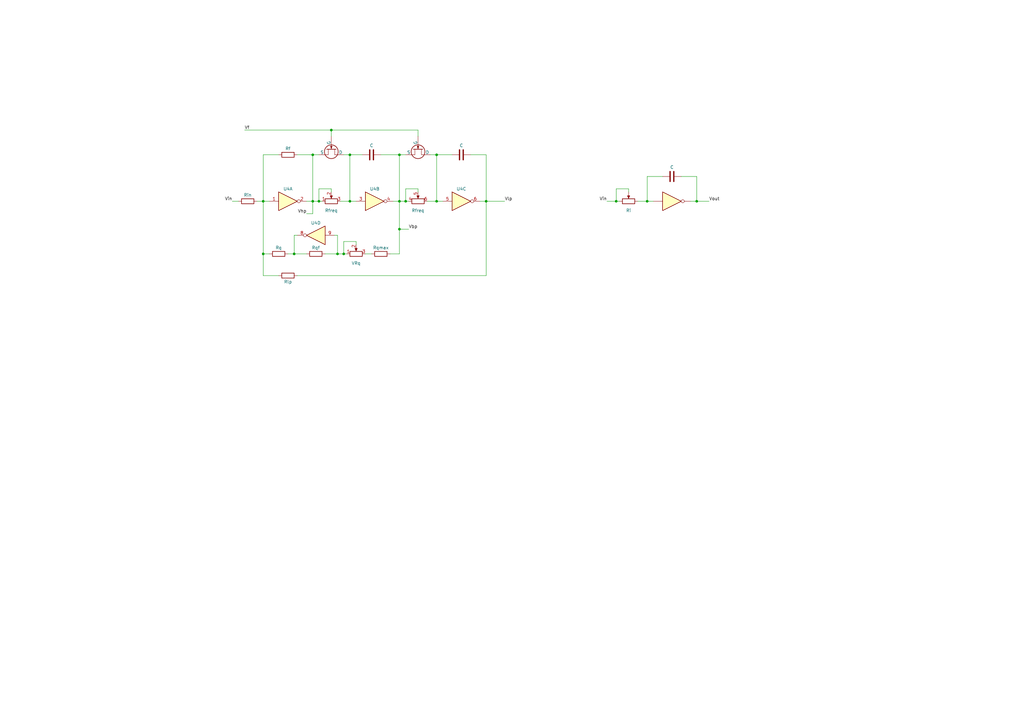
<source format=kicad_sch>
(kicad_sch (version 20230121) (generator eeschema)
  (paper "A3")
  (title_block (comment 2 "creativecommons.org/licenses/by/4.0/") (comment 3 "License: CC BY 4.0") (comment 4 "Author: Guy John"))
  (lib_symbols
    (symbol "4069_1" (pin_numbers hide) (pin_names (offset 1.016))
      (property "Reference" "U" (at 0 1.27 0))
      (property "Value" "4069" (at 0 -1.27 0))
      (symbol "4069_1_1_0"
        (polyline (pts (xy -3.81 3.81) (xy -3.81 -3.81) (xy 3.81 0) (xy -3.81 3.81)) (stroke (width 0.254)) (fill (type background)))
        (pin input line (at -7.62 0 0) (length 3.81) (name "~") (number "1"))
        (pin output inverted (at 7.62 0 180) (length 3.81) (name "~") (number "2"))
      )
      (symbol "4069_1_2_0"
        (polyline (pts (xy -3.81 3.81) (xy -3.81 -3.81) (xy 3.81 0) (xy -3.81 3.81)) (stroke (width 0.254)) (fill (type background)))
        (pin input line (at -7.62 0 0) (length 3.81) (name "~") (number "3"))
        (pin output inverted (at 7.62 0 180) (length 3.81) (name "~") (number "4"))
      )
      (symbol "4069_1_3_0"
        (polyline (pts (xy -3.81 3.81) (xy -3.81 -3.81) (xy 3.81 0) (xy -3.81 3.81)) (stroke (width 0.254)) (fill (type background)))
        (pin input line (at -7.62 0 0) (length 3.81) (name "~") (number "5"))
        (pin output inverted (at 7.62 0 180) (length 3.81) (name "~") (number "6"))
      )
      (symbol "4069_1_4_0"
        (polyline (pts (xy -3.81 3.81) (xy -3.81 -3.81) (xy 3.81 0) (xy -3.81 3.81)) (stroke (width 0.254)) (fill (type background)))
        (pin output inverted (at 7.62 0 180) (length 3.81) (name "~") (number "8"))
        (pin input line (at -7.62 0 0) (length 3.81) (name "~") (number "9"))
      )
      (symbol "4069_1_5_0"
        (polyline (pts (xy -3.81 3.81) (xy -3.81 -3.81) (xy 3.81 0) (xy -3.81 3.81)) (stroke (width 0.254)) (fill (type background)))
        (pin output inverted (at 7.62 0 180) (length 3.81) (name "~") (number "10"))
        (pin input line (at -7.62 0 0) (length 3.81) (name "~") (number "11"))
      )
      (symbol "4069_1_6_0"
        (polyline (pts (xy -3.81 3.81) (xy -3.81 -3.81) (xy 3.81 0) (xy -3.81 3.81)) (stroke (width 0.254)) (fill (type background)))
        (pin output inverted (at 7.62 0 180) (length 3.81) (name "~") (number "12"))
        (pin input line (at -7.62 0 0) (length 3.81) (name "~") (number "13"))
      )
      (symbol "4069_1_7_0"
        (pin power_in line (at 0 12.7 270) (length 5.08) (name "VDD") (number "14"))
        (pin power_in line (at 0 -12.7 90) (length 5.08) (name "VSS") (number "7"))
      )
      (symbol "4069_1_7_1"
        (rectangle (start -5.08 7.62) (end 5.08 -7.62) (stroke (width 0.254)) (fill (type background)))
      )
    )
    (symbol "4xxx:4069" (pin_names (offset 1.016))
      (property "Reference" "U" (at 0 1.27 0))
      (property "Value" "4069" (at 0 -1.27 0))
      (symbol "4069_1_0"
        (polyline (pts (xy -3.81 3.81) (xy -3.81 -3.81) (xy 3.81 0) (xy -3.81 3.81)) (stroke (width 0.254)) (fill (type background)))
        (pin input line (at -7.62 0 0) (length 3.81) (name "~") (number "1"))
        (pin output inverted (at 7.62 0 180) (length 3.81) (name "~") (number "2"))
      )
      (symbol "4069_2_0"
        (polyline (pts (xy -3.81 3.81) (xy -3.81 -3.81) (xy 3.81 0) (xy -3.81 3.81)) (stroke (width 0.254)) (fill (type background)))
        (pin input line (at -7.62 0 0) (length 3.81) (name "~") (number "3"))
        (pin output inverted (at 7.62 0 180) (length 3.81) (name "~") (number "4"))
      )
      (symbol "4069_3_0"
        (polyline (pts (xy -3.81 3.81) (xy -3.81 -3.81) (xy 3.81 0) (xy -3.81 3.81)) (stroke (width 0.254)) (fill (type background)))
        (pin input line (at -7.62 0 0) (length 3.81) (name "~") (number "5"))
        (pin output inverted (at 7.62 0 180) (length 3.81) (name "~") (number "6"))
      )
      (symbol "4069_4_0"
        (polyline (pts (xy -3.81 3.81) (xy -3.81 -3.81) (xy 3.81 0) (xy -3.81 3.81)) (stroke (width 0.254)) (fill (type background)))
        (pin output inverted (at 7.62 0 180) (length 3.81) (name "~") (number "8"))
        (pin input line (at -7.62 0 0) (length 3.81) (name "~") (number "9"))
      )
      (symbol "4069_5_0"
        (polyline (pts (xy -3.81 3.81) (xy -3.81 -3.81) (xy 3.81 0) (xy -3.81 3.81)) (stroke (width 0.254)) (fill (type background)))
        (pin output inverted (at 7.62 0 180) (length 3.81) (name "~") (number "10"))
        (pin input line (at -7.62 0 0) (length 3.81) (name "~") (number "11"))
      )
      (symbol "4069_6_0"
        (polyline (pts (xy -3.81 3.81) (xy -3.81 -3.81) (xy 3.81 0) (xy -3.81 3.81)) (stroke (width 0.254)) (fill (type background)))
        (pin output inverted (at 7.62 0 180) (length 3.81) (name "~") (number "12"))
        (pin input line (at -7.62 0 0) (length 3.81) (name "~") (number "13"))
      )
      (symbol "4069_7_0"
        (pin power_in line (at 0 12.7 270) (length 5.08) (name "VDD") (number "14"))
        (pin power_in line (at 0 -12.7 90) (length 5.08) (name "VSS") (number "7"))
      )
      (symbol "4069_7_1"
        (rectangle (start -5.08 7.62) (end 5.08 -7.62) (stroke (width 0.254)) (fill (type background)))
      )
    )
    (symbol "Device:C" (pin_numbers hide) (pin_names (offset 0.254))
      (property "Reference" "C" (at 0.635 2.54 0))
      (property "Value" "C" (at 0.635 -2.54 0))
      (symbol "C_0_1"
        (polyline (pts (xy -2.032 -0.762) (xy 2.032 -0.762)) (stroke (width 0.508)))
        (polyline (pts (xy -2.032 0.762) (xy 2.032 0.762)) (stroke (width 0.508)))
      )
      (symbol "C_1_1"
        (pin passive line (at 0 3.81 270) (length 2.794) (name "~") (number "1"))
        (pin passive line (at 0 -3.81 90) (length 2.794) (name "~") (number "2"))
      )
    )
    (symbol "Device:R" (pin_numbers hide) (pin_names (offset 0))
      (property "Reference" "R" (at 2.032 0 90))
      (property "Value" "R" (at 0 0 90))
      (symbol "R_0_1"
        (rectangle (start -1.016 -2.54) (end 1.016 2.54) (stroke (width 0.254)))
      )
      (symbol "R_1_1"
        (pin passive line (at 0 3.81 270) (length 1.27) (name "~") (number "1"))
        (pin passive line (at 0 -3.81 90) (length 1.27) (name "~") (number "2"))
      )
    )
    (symbol "Device:R_Potentiometer" (pin_names (offset 1.016) hide)
      (property "Reference" "RV" (at -4.445 0 90))
      (property "Value" "R_Potentiometer" (at -2.54 0 90))
      (symbol "R_Potentiometer_0_1"
        (polyline (pts (xy 2.54 0) (xy 1.524 0)))
        (polyline (pts (xy 1.143 0) (xy 2.286 0.508) (xy 2.286 -0.508) (xy 1.143 0)) (fill (type outline)))
        (rectangle (start 1.016 2.54) (end -1.016 -2.54) (stroke (width 0.254)))
      )
      (symbol "R_Potentiometer_1_1"
        (pin passive line (at 0 3.81 270) (length 1.27) (name "1") (number "1"))
        (pin passive line (at 3.81 0 180) (length 1.27) (name "2") (number "2"))
        (pin passive line (at 0 -3.81 90) (length 1.27) (name "3") (number "3"))
      )
    )
    (symbol "Device:R_Potentiometer_Dual_Separate" (pin_names (offset 1.016) hide)
      (property "Reference" "RV" (at -4.445 0 90))
      (property "Value" "R_Potentiometer_Dual_Separate" (at -2.54 0 90))
      (symbol "R_Potentiometer_Dual_Separate_0_1"
        (polyline (pts (xy 2.54 0) (xy 1.524 0)))
        (polyline (pts (xy 1.143 0) (xy 2.286 0.508) (xy 2.286 -0.508) (xy 1.143 0)) (fill (type outline)))
        (rectangle (start 1.016 2.54) (end -1.016 -2.54) (stroke (width 0.254)))
      )
      (symbol "R_Potentiometer_Dual_Separate_1_1"
        (pin passive line (at 0 3.81 270) (length 1.27) (name "1") (number "1"))
        (pin passive line (at 3.81 0 180) (length 1.27) (name "2") (number "2"))
        (pin passive line (at 0 -3.81 90) (length 1.27) (name "3") (number "3"))
      )
      (symbol "R_Potentiometer_Dual_Separate_2_1"
        (pin passive line (at 0 3.81 270) (length 1.27) (name "4") (number "4"))
        (pin passive line (at 3.81 0 180) (length 1.27) (name "5") (number "5"))
        (pin passive line (at 0 -3.81 90) (length 1.27) (name "6") (number "6"))
      )
    )
    (symbol "R_Potentiometer_Dual_Separate_1" (pin_numbers hide) (pin_names (offset 1.016) hide)
      (property "Reference" "RV" (at -4.445 0 90))
      (property "Value" "R_Potentiometer_Dual_Separate" (at -2.54 0 90))
      (symbol "R_Potentiometer_Dual_Separate_1_0_1"
        (polyline (pts (xy 2.54 0) (xy 1.524 0)))
        (polyline (pts (xy 1.143 0) (xy 2.286 0.508) (xy 2.286 -0.508) (xy 1.143 0)) (fill (type outline)))
        (rectangle (start 1.016 2.54) (end -1.016 -2.54) (stroke (width 0.254)))
      )
      (symbol "R_Potentiometer_Dual_Separate_1_1_1"
        (pin passive line (at 0 3.81 270) (length 1.27) (name "1") (number "1"))
        (pin passive line (at 3.81 0 180) (length 1.27) (name "2") (number "2"))
        (pin passive line (at 0 -3.81 90) (length 1.27) (name "3") (number "3"))
      )
      (symbol "R_Potentiometer_Dual_Separate_1_2_1"
        (pin passive line (at 0 3.81 270) (length 1.27) (name "4") (number "4"))
        (pin passive line (at 3.81 0 180) (length 1.27) (name "5") (number "5"))
        (pin passive line (at 0 -3.81 90) (length 1.27) (name "6") (number "6"))
      )
    )
    (symbol "Simulation_SPICE:NJFET" (pin_numbers hide) (pin_names (offset 0))
      (property "Reference" "Q" (at 5.08 1.27 0))
      (property "Value" "NJFET" (at 5.08 -1.27 0))
      (symbol "NJFET_0_1"
        (polyline (pts (xy 0.254 1.905) (xy 0.254 -1.905) (xy 0.254 -1.905)) (stroke (width 0.254)))
        (polyline (pts (xy 2.54 -2.54) (xy 2.54 -1.27) (xy 0.254 -1.27)))
        (polyline (pts (xy 2.54 2.54) (xy 2.54 1.397) (xy 0.254 1.397)))
        (polyline (pts (xy 0 0) (xy -1.016 0.381) (xy -1.016 -0.381) (xy 0 0)) (fill (type outline)))
        (circle (center 1.27 0) (radius 2.8194) (stroke (width 0.254)))
      )
      (symbol "NJFET_1_1"
        (pin passive line (at 2.54 5.08 270) (length 2.54) (name "D") (number "1"))
        (pin input line (at -5.08 0 0) (length 5.334) (name "G") (number "2"))
        (pin passive line (at 2.54 -5.08 90) (length 2.54) (name "S") (number "3"))
      )
    )
  )
  (junction (at 128.27 63.5))
  (junction (at 179.07 82.55))
  (junction (at 107.95 82.55))
  (junction (at 163.83 93.98))
  (junction (at 199.39 82.55))
  (junction (at 143.51 63.5))
  (junction (at 252.73 82.55))
  (junction (at 143.51 82.55))
  (junction (at 179.07 63.5))
  (junction (at 138.43 104.14))
  (junction (at 166.37 82.55))
  (junction (at 128.27 82.55))
  (junction (at 163.83 63.5))
  (junction (at 163.83 82.55))
  (junction (at 285.75 82.55))
  (junction (at 135.89 53.34))
  (junction (at 140.97 104.14))
  (junction (at 107.95 104.14))
  (junction (at 130.81 82.55))
  (junction (at 120.65 104.14))
  (junction (at 265.43 82.55))
  (wire (pts (xy 114.3 113.03) (xy 107.95 113.03)))
  (wire (pts (xy 143.51 82.55) (xy 146.05 82.55)))
  (wire (pts (xy 107.95 63.5) (xy 107.95 82.55)))
  (wire (pts (xy 125.73 82.55) (xy 128.27 82.55)))
  (wire (pts (xy 121.92 113.03) (xy 199.39 113.03)))
  (wire (pts (xy 135.89 53.34) (xy 135.89 55.88)))
  (wire (pts (xy 130.81 82.55) (xy 130.81 77.47)))
  (wire (pts (xy 265.43 72.39) (xy 265.43 82.55)))
  (wire (pts (xy 107.95 104.14) (xy 110.49 104.14)))
  (wire (pts (xy 120.65 104.14) (xy 125.73 104.14)))
  (wire (pts (xy 132.08 82.55) (xy 130.81 82.55)))
  (wire (pts (xy 130.81 77.47) (xy 135.89 77.47)))
  (wire (pts (xy 265.43 82.55) (xy 267.97 82.55)))
  (wire (pts (xy 285.75 82.55) (xy 285.75 72.39)))
  (wire (pts (xy 175.26 82.55) (xy 179.07 82.55)))
  (wire (pts (xy 167.64 82.55) (xy 166.37 82.55)))
  (wire (pts (xy 128.27 63.5) (xy 130.81 63.5)))
  (wire (pts (xy 166.37 82.55) (xy 166.37 77.47)))
  (wire (pts (xy 261.62 82.55) (xy 265.43 82.55)))
  (wire (pts (xy 199.39 63.5) (xy 193.04 63.5)))
  (wire (pts (xy 285.75 72.39) (xy 279.4 72.39)))
  (wire (pts (xy 163.83 93.98) (xy 163.83 82.55)))
  (wire (pts (xy 163.83 82.55) (xy 166.37 82.55)))
  (wire (pts (xy 163.83 63.5) (xy 163.83 82.55)))
  (wire (pts (xy 128.27 82.55) (xy 130.81 82.55)))
  (wire (pts (xy 179.07 63.5) (xy 185.42 63.5)))
  (wire (pts (xy 135.89 77.47) (xy 135.89 78.74)))
  (wire (pts (xy 118.11 104.14) (xy 120.65 104.14)))
  (wire (pts (xy 149.86 104.14) (xy 152.4 104.14)))
  (wire (pts (xy 196.85 82.55) (xy 199.39 82.55)))
  (wire (pts (xy 163.83 63.5) (xy 166.37 63.5)))
  (wire (pts (xy 156.21 63.5) (xy 163.83 63.5)))
  (wire (pts (xy 100.33 53.34) (xy 135.89 53.34)))
  (wire (pts (xy 135.89 53.34) (xy 171.45 53.34)))
  (wire (pts (xy 107.95 82.55) (xy 107.95 104.14)))
  (wire (pts (xy 171.45 53.34) (xy 171.45 55.88)))
  (wire (pts (xy 95.25 82.55) (xy 97.79 82.55)))
  (wire (pts (xy 143.51 63.5) (xy 143.51 82.55)))
  (wire (pts (xy 199.39 82.55) (xy 199.39 113.03)))
  (wire (pts (xy 199.39 82.55) (xy 207.01 82.55)))
  (wire (pts (xy 265.43 72.39) (xy 271.78 72.39)))
  (wire (pts (xy 179.07 82.55) (xy 181.61 82.55)))
  (wire (pts (xy 138.43 104.14) (xy 138.43 96.52)))
  (wire (pts (xy 285.75 82.55) (xy 290.83 82.55)))
  (wire (pts (xy 107.95 104.14) (xy 107.95 113.03)))
  (wire (pts (xy 138.43 104.14) (xy 140.97 104.14)))
  (wire (pts (xy 171.45 77.47) (xy 171.45 78.74)))
  (wire (pts (xy 163.83 104.14) (xy 163.83 93.98)))
  (wire (pts (xy 114.3 63.5) (xy 107.95 63.5)))
  (wire (pts (xy 138.43 96.52) (xy 137.16 96.52)))
  (wire (pts (xy 139.7 82.55) (xy 143.51 82.55)))
  (wire (pts (xy 121.92 96.52) (xy 120.65 96.52)))
  (wire (pts (xy 199.39 82.55) (xy 199.39 63.5)))
  (wire (pts (xy 128.27 87.63) (xy 128.27 82.55)))
  (wire (pts (xy 140.97 104.14) (xy 142.24 104.14)))
  (wire (pts (xy 143.51 63.5) (xy 140.97 63.5)))
  (wire (pts (xy 163.83 93.98) (xy 167.64 93.98)))
  (wire (pts (xy 121.92 63.5) (xy 128.27 63.5)))
  (wire (pts (xy 125.73 87.63) (xy 128.27 87.63)))
  (wire (pts (xy 176.53 63.5) (xy 179.07 63.5)))
  (wire (pts (xy 146.05 100.33) (xy 146.05 99.06)))
  (wire (pts (xy 133.35 104.14) (xy 138.43 104.14)))
  (wire (pts (xy 128.27 63.5) (xy 128.27 82.55)))
  (wire (pts (xy 171.45 77.47) (xy 166.37 77.47)))
  (wire (pts (xy 257.81 77.47) (xy 257.81 78.74)))
  (wire (pts (xy 146.05 99.06) (xy 140.97 99.06)))
  (wire (pts (xy 179.07 63.5) (xy 179.07 82.55)))
  (wire (pts (xy 140.97 99.06) (xy 140.97 104.14)))
  (wire (pts (xy 257.81 77.47) (xy 252.73 77.47)))
  (wire (pts (xy 283.21 82.55) (xy 285.75 82.55)))
  (wire (pts (xy 161.29 82.55) (xy 163.83 82.55)))
  (wire (pts (xy 107.95 82.55) (xy 110.49 82.55)))
  (wire (pts (xy 252.73 82.55) (xy 252.73 77.47)))
  (wire (pts (xy 120.65 96.52) (xy 120.65 104.14)))
  (wire (pts (xy 143.51 63.5) (xy 148.59 63.5)))
  (wire (pts (xy 105.41 82.55) (xy 107.95 82.55)))
  (wire (pts (xy 248.92 82.55) (xy 252.73 82.55)))
  (wire (pts (xy 160.02 104.14) (xy 163.83 104.14)))
  (wire (pts (xy 254 82.55) (xy 252.73 82.55)))
  (label "Vin" (at 248.92 82.55 180))
  (label "Vhp" (at 125.73 87.63 180))
  (label "Vf" (at 100.33 53.34 0))
  (label "Vin" (at 95.25 82.55 180))
  (label "Vlp" (at 207.01 82.55 0))
  (label "Vout" (at 290.83 82.55 0))
  (label "Vbp" (at 167.64 93.98 0))
  (symbol (lib_id "Device:R") (at 129.54 104.14 270) (unit 1)
    (property "Reference" "R1" (effects hide))
    (property "Value" "Rqf" (at 129.54 101.6 90))
    (property "Footprint" "Resistor_THT:R_Axial_DIN0207_L6.3mm_D2.5mm_P10.16mm_Horizontal" (effects hide))
    (property "Tolerance" "1%" (effects hide))
    (property "Power" "0.5W" (effects hide))
    (property "Spec" "metal film" (effects hide))
  )
  (symbol (lib_id "Device:R_Potentiometer_Dual_Separate") (at 171.45 82.55 90) (unit 2)
    (property "Reference" "RV6" (effects hide))
    (property "Value" "Rfreq" (at 171.45 86.36 90))
    (property "Footprint" "Potentiometer_THT:Potentiometer_Alpha_RD902F-40-00D_Dual_Vertical" (effects hide))
  )
  (symbol (lib_id "Device:R_Potentiometer") (at 146.05 104.14 90) (unit 1)
    (property "Reference" "RV7" (effects hide))
    (property "Value" "VRq" (at 146.05 107.95 90))
    (property "Footprint" "Potentiometer_THT:Potentiometer_Alpha_RD901F-40-00D_Single_Vertical" (effects hide))
  )
  (symbol (lib_id "Device:C") (at 275.59 72.39 90) (unit 1)
    (property "Reference" "C9" (effects hide))
    (property "Value" "C" (at 275.59 68.58 90))
    (property "Footprint" "Capacitor_THT:C_Rect_L7.0mm_W3.5mm_P5.00mm" (effects hide))
    (property "Spec" "film" (effects hide))
    (property "Tolerance" "5%" (effects hide))
  )
  (symbol (lib_id "4xxx:4069") (at 129.54 96.52 180) (unit 4)
    (property "Reference" "U4" (at 129.54 91.44 0))
    (property "Value" "4069" (effects hide))
    (property "Footprint" "Package_DIP:DIP-14_W7.62mm" (effects hide))
    (property "Datasheet" "http://www.intersil.com/content/dam/Intersil/documents/cd40/cd4069ubms.pdf" (effects hide))
  )
  (symbol (lib_id "Device:C") (at 152.4 63.5 90) (unit 1)
    (property "Reference" "C1" (effects hide))
    (property "Value" "C" (at 152.4 59.69 90))
    (property "Footprint" "Capacitor_THT:C_Rect_L7.0mm_W3.5mm_P5.00mm" (effects hide))
    (property "Spec" "film" (effects hide))
    (property "Tolerance" "5%" (effects hide))
  )
  (symbol (lib_id "Simulation_SPICE:NJFET") (at 171.45 60.96 270) (unit 1)
    (property "Reference" "Q4" (effects hide))
    (property "Value" "J113" (effects hide))
    (property "Footprint" "Package_TO_SOT_THT:TO-92L_Inline_Wide" (effects hide))
    (property "Sim.Device" "NJFET" (effects hide))
    (property "Sim.Type" "SHICHMANHODGES" (effects hide))
    (property "Sim.Pins" "1=D 2=G 3=S" (effects hide))
  )
  (symbol (lib_name "R_Potentiometer_Dual_Separate_1") (lib_id "Device:R_Potentiometer_Dual_Separate") (at 257.81 82.55 90) (unit 2)
    (property "Reference" "RV3" (effects hide))
    (property "Value" "Ri" (at 257.81 86.36 90))
    (property "Footprint" "Potentiometer_THT:Potentiometer_Alpha_RD902F-40-00D_Dual_Vertical" (effects hide))
  )
  (symbol (lib_id "Device:R") (at 118.11 63.5 90) (unit 1)
    (property "Reference" "R28" (effects hide))
    (property "Value" "Rf" (at 118.11 60.96 90))
    (property "Footprint" "Resistor_THT:R_Axial_DIN0207_L6.3mm_D2.5mm_P10.16mm_Horizontal" (effects hide))
    (property "Tolerance" "1%" (effects hide))
    (property "Power" "0.5W" (effects hide))
    (property "Spec" "metal film" (effects hide))
  )
  (symbol (lib_id "Device:R") (at 118.11 113.03 270) (unit 1)
    (property "Reference" "R29" (effects hide))
    (property "Value" "Rlp" (at 118.11 115.57 90))
    (property "Footprint" "Resistor_THT:R_Axial_DIN0207_L6.3mm_D2.5mm_P10.16mm_Horizontal" (effects hide))
    (property "Tolerance" "1%" (effects hide))
    (property "Power" "0.5W" (effects hide))
    (property "Spec" "metal film" (effects hide))
  )
  (symbol (lib_id "Simulation_SPICE:NJFET") (at 135.89 60.96 270) (unit 1)
    (property "Reference" "Q3" (effects hide))
    (property "Value" "J113" (effects hide))
    (property "Footprint" "Package_TO_SOT_THT:TO-92L_Inline_Wide" (effects hide))
    (property "Sim.Device" "NJFET" (effects hide))
    (property "Sim.Type" "SHICHMANHODGES" (effects hide))
    (property "Sim.Pins" "1=D 2=G 3=S" (effects hide))
  )
  (symbol (lib_id "Device:R") (at 114.3 104.14 270) (unit 1)
    (property "Reference" "R27" (effects hide))
    (property "Value" "Rq" (at 114.3 101.6 90))
    (property "Footprint" "Resistor_THT:R_Axial_DIN0207_L6.3mm_D2.5mm_P10.16mm_Horizontal" (effects hide))
    (property "Tolerance" "1%" (effects hide))
    (property "Power" "0.5W" (effects hide))
    (property "Spec" "metal film" (effects hide))
  )
  (symbol (lib_id "Device:C") (at 189.23 63.5 90) (unit 1)
    (property "Reference" "C2" (effects hide))
    (property "Value" "C" (at 189.23 59.69 90))
    (property "Footprint" "Capacitor_THT:C_Rect_L7.0mm_W3.5mm_P5.00mm" (effects hide))
    (property "Spec" "film" (effects hide))
    (property "Tolerance" "5%" (effects hide))
  )
  (symbol (lib_id "4xxx:4069") (at 189.23 82.55 0) (unit 3)
    (property "Reference" "U4" (at 189.23 77.47 0))
    (property "Value" "4069" (effects hide))
    (property "Footprint" "Package_DIP:DIP-14_W7.62mm" (effects hide))
    (property "Datasheet" "http://www.intersil.com/content/dam/Intersil/documents/cd40/cd4069ubms.pdf" (effects hide))
  )
  (symbol (lib_id "4xxx:4069") (at 118.11 82.55 0) (unit 1)
    (property "Reference" "U4" (at 118.11 77.47 0))
    (property "Value" "4069" (effects hide))
    (property "Footprint" "Package_DIP:DIP-14_W7.62mm" (effects hide))
    (property "Datasheet" "http://www.intersil.com/content/dam/Intersil/documents/cd40/cd4069ubms.pdf" (effects hide))
  )
  (symbol (lib_id "Device:R") (at 101.6 82.55 270) (unit 1)
    (property "Reference" "R25" (effects hide))
    (property "Value" "Rin" (at 101.6 80.01 90))
    (property "Footprint" "Resistor_THT:R_Axial_DIN0207_L6.3mm_D2.5mm_P10.16mm_Horizontal" (effects hide))
    (property "Tolerance" "1%" (effects hide))
    (property "Power" "0.5W" (effects hide))
    (property "Spec" "metal film" (effects hide))
  )
  (symbol (lib_id "4xxx:4069") (at 153.67 82.55 0) (unit 2)
    (property "Reference" "U4" (at 153.67 77.47 0))
    (property "Value" "4069" (effects hide))
    (property "Footprint" "Package_DIP:DIP-14_W7.62mm" (effects hide))
    (property "Datasheet" "http://www.intersil.com/content/dam/Intersil/documents/cd40/cd4069ubms.pdf" (effects hide))
  )
  (symbol (lib_id "Device:R") (at 156.21 104.14 90) (unit 1)
    (property "Reference" "R2" (effects hide))
    (property "Value" "Rqmax" (at 156.21 101.6 90))
    (property "Footprint" "Resistor_THT:R_Axial_DIN0207_L6.3mm_D2.5mm_P10.16mm_Horizontal" (effects hide))
    (property "Tolerance" "1%" (effects hide))
    (property "Power" "0.5W" (effects hide))
    (property "Spec" "metal film" (effects hide))
  )
  (symbol (lib_name "4069_1") (lib_id "4xxx:4069") (at 275.59 82.55 0) (unit 3)
    (property "Reference" "U5" (effects hide))
    (property "Value" "4069" (effects hide))
    (property "Footprint" "Package_DIP:DIP-14_W7.62mm" (effects hide))
    (property "Datasheet" "http://www.intersil.com/content/dam/Intersil/documents/cd40/cd4069ubms.pdf" (effects hide))
  )
  (symbol (lib_id "Device:R_Potentiometer_Dual_Separate") (at 135.89 82.55 90) (unit 1)
    (property "Reference" "RV6" (effects hide))
    (property "Value" "Rfreq" (at 135.89 86.36 90))
    (property "Footprint" "Potentiometer_THT:Potentiometer_Alpha_RD902F-40-00D_Dual_Vertical" (effects hide))
  )
)
</source>
